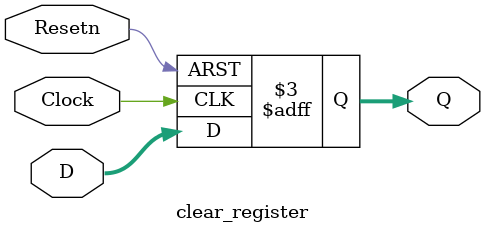
<source format=v>

module clear_register (D, Clock, Resetn, Q);
  input [2:0] D;
  input Clock, Resetn;
  output reg [2:0] Q;

  always @(posedge Clock or negedge Resetn) begin
    if (Resetn == 0)
      Q <= 3'b000;  
    else
      Q <= D;
  end
endmodule
</source>
